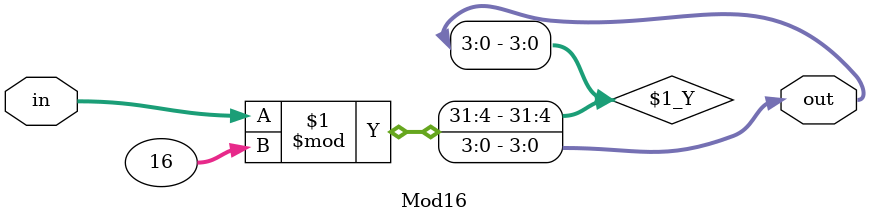
<source format=v>
`timescale 1ns / 1ps


module Mod16(input  [4:0] in,
              output [3:0] out
    );
    
    assign out = (in % 16);
    
endmodule

</source>
